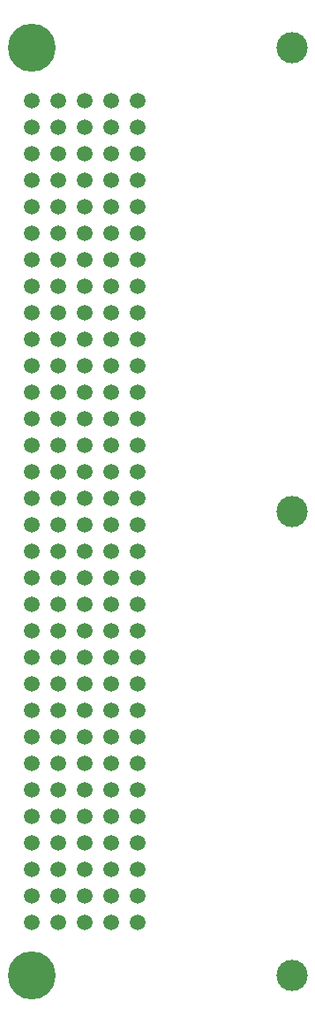
<source format=gtl>
%FSLAX25Y25*%
%MOIN*%
G70*
G01*
G75*
G04 Layer_Physical_Order=1*
G04 Layer_Color=255*
%ADD10C,0.11811*%
%ADD11C,0.18110*%
%ADD12C,0.05906*%
D10*
X98425Y175000D02*
D03*
Y0D02*
D03*
Y350000D02*
D03*
D11*
X0Y350000D02*
D03*
Y0D02*
D03*
D12*
X10000Y330000D02*
D03*
Y320000D02*
D03*
Y310000D02*
D03*
Y300000D02*
D03*
Y290000D02*
D03*
Y280000D02*
D03*
Y270000D02*
D03*
Y260000D02*
D03*
Y180000D02*
D03*
Y190000D02*
D03*
Y200000D02*
D03*
Y210000D02*
D03*
Y220000D02*
D03*
Y230000D02*
D03*
Y240000D02*
D03*
Y250000D02*
D03*
Y100000D02*
D03*
Y110000D02*
D03*
Y120000D02*
D03*
Y130000D02*
D03*
Y140000D02*
D03*
Y150000D02*
D03*
Y160000D02*
D03*
Y170000D02*
D03*
Y20000D02*
D03*
Y30000D02*
D03*
Y40000D02*
D03*
Y50000D02*
D03*
Y60000D02*
D03*
Y70000D02*
D03*
Y80000D02*
D03*
Y90000D02*
D03*
X20000D02*
D03*
Y80000D02*
D03*
Y70000D02*
D03*
Y60000D02*
D03*
Y50000D02*
D03*
Y40000D02*
D03*
Y30000D02*
D03*
Y20000D02*
D03*
Y170000D02*
D03*
Y160000D02*
D03*
Y150000D02*
D03*
Y140000D02*
D03*
Y130000D02*
D03*
Y120000D02*
D03*
Y110000D02*
D03*
Y100000D02*
D03*
Y250000D02*
D03*
Y240000D02*
D03*
Y230000D02*
D03*
Y220000D02*
D03*
Y210000D02*
D03*
Y200000D02*
D03*
Y190000D02*
D03*
Y180000D02*
D03*
Y260000D02*
D03*
Y270000D02*
D03*
Y280000D02*
D03*
Y290000D02*
D03*
Y300000D02*
D03*
Y310000D02*
D03*
Y320000D02*
D03*
Y330000D02*
D03*
X30000Y90000D02*
D03*
Y80000D02*
D03*
Y70000D02*
D03*
Y60000D02*
D03*
Y50000D02*
D03*
Y40000D02*
D03*
Y30000D02*
D03*
Y20000D02*
D03*
Y170000D02*
D03*
Y160000D02*
D03*
Y150000D02*
D03*
Y140000D02*
D03*
Y130000D02*
D03*
Y120000D02*
D03*
Y110000D02*
D03*
Y100000D02*
D03*
Y250000D02*
D03*
Y240000D02*
D03*
Y230000D02*
D03*
Y220000D02*
D03*
Y210000D02*
D03*
Y200000D02*
D03*
Y190000D02*
D03*
Y180000D02*
D03*
Y260000D02*
D03*
Y270000D02*
D03*
Y280000D02*
D03*
Y290000D02*
D03*
Y300000D02*
D03*
Y310000D02*
D03*
Y320000D02*
D03*
Y330000D02*
D03*
X0D02*
D03*
Y320000D02*
D03*
Y310000D02*
D03*
Y300000D02*
D03*
Y290000D02*
D03*
Y280000D02*
D03*
Y270000D02*
D03*
Y260000D02*
D03*
Y180000D02*
D03*
Y190000D02*
D03*
Y200000D02*
D03*
Y210000D02*
D03*
Y220000D02*
D03*
Y230000D02*
D03*
Y240000D02*
D03*
Y250000D02*
D03*
Y100000D02*
D03*
Y110000D02*
D03*
Y120000D02*
D03*
Y130000D02*
D03*
Y140000D02*
D03*
Y150000D02*
D03*
Y160000D02*
D03*
Y170000D02*
D03*
Y20000D02*
D03*
Y30000D02*
D03*
Y40000D02*
D03*
Y50000D02*
D03*
Y60000D02*
D03*
Y70000D02*
D03*
Y80000D02*
D03*
Y90000D02*
D03*
X40000Y330000D02*
D03*
Y320000D02*
D03*
Y310000D02*
D03*
Y300000D02*
D03*
Y290000D02*
D03*
Y280000D02*
D03*
Y270000D02*
D03*
Y260000D02*
D03*
Y180000D02*
D03*
Y190000D02*
D03*
Y200000D02*
D03*
Y210000D02*
D03*
Y220000D02*
D03*
Y230000D02*
D03*
Y240000D02*
D03*
Y250000D02*
D03*
Y100000D02*
D03*
Y110000D02*
D03*
Y120000D02*
D03*
Y130000D02*
D03*
Y140000D02*
D03*
Y150000D02*
D03*
Y160000D02*
D03*
Y170000D02*
D03*
Y20000D02*
D03*
Y30000D02*
D03*
Y40000D02*
D03*
Y50000D02*
D03*
Y60000D02*
D03*
Y70000D02*
D03*
Y80000D02*
D03*
Y90000D02*
D03*
M02*

</source>
